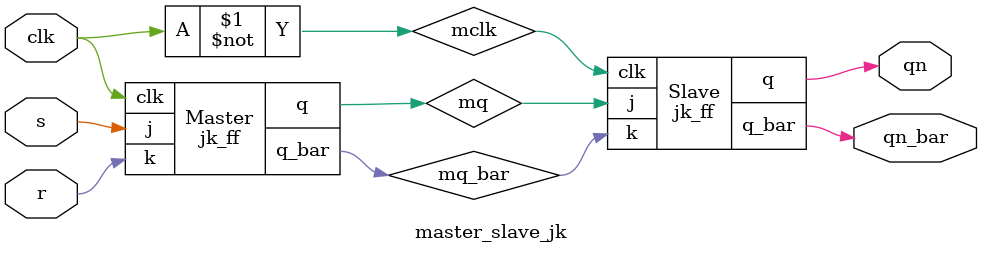
<source format=v>
`timescale 1ns / 1ps

module jk_ff(j,k,clk,q,q_bar);
input j,k,clk;
output  q,q_bar;
reg q;
assign q_bar= ~q;
always @(posedge clk)
begin

case({j,k})
2'b00: q<=q;
2'b01: q<=0;
2'b10: q<=1;
2'b11: q<=~q;
endcase
end
endmodule

module master_slave_jk(s,r,clk,qn,qn_bar,);
input s,r,clk;
output qn,qn_bar;


wire mq;
wire mq_bar;
wire mclk;
assign mclk= ~clk;


jk_ff Master(s,r,clk,mq,mq_bar);
jk_ff Slave(mq,mq_bar,mclk,qn,qn_bar);

endmodule

</source>
